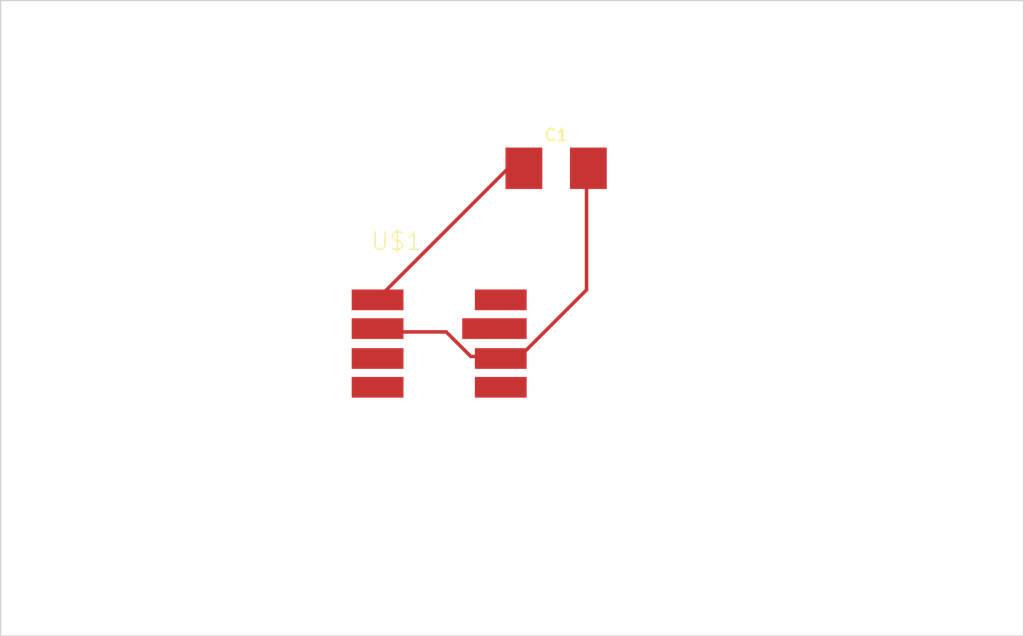
<source format=kicad_pcb>
(kicad_pcb (version 20240108) (generator "pcbnew") (generator_version "8.0")
  (layers (0 "F.Cu" signal) (31 "B.Cu" signal) (34 "B.Paste" user) (35 "F.Paste" user) (36 "B.SilkS" user "B.Silkscreen") (37 "F.SilkS" user "F.Silkscreen") (38 "B.Mask" user) (39 "F.Mask" user) (44 "Edge.Cuts" user))
  (net 0 "")
  (net 1 "CSB")
  (net 2 "VDD")
  (net 3 "GND")
  (footprint "MS5803-01BA:XDCR_MS580314BA01-00" (layer "F.Cu") (at 145.3361 106.1086)
    (property "Reference" "U$1" (at -3.003019 -4.004018 0) (layer "F.SilkS") (effects (font (size 0.753736 0.753736) (thickness 0.059882)) (justify left bottom)))
    (property "Value" "MS580314BA01-00")
    (pad "1" smd rect (at 2.675281 1.898831) (size 2.25 0.9) (layers "F.Cu" "F.Paste" "F.Mask"))
    (pad "2" smd rect (at 2.675281 0.648831) (size 2.25 0.9) (layers "F.Cu" "F.Paste" "F.Mask") (net 3 "GND"))
    (pad "3" smd rect (at 2.400281 -0.651168) (size 2.8 0.9) (layers "F.Cu" "F.Paste" "F.Mask") (net 1 "CSB"))
    (pad "4" smd rect (at 2.675281 -1.901168) (size 2.25 0.9) (layers "F.Cu" "F.Paste" "F.Mask"))
    (pad "5" smd rect (at -2.674731 -1.901168) (size 2.25 0.9) (layers "F.Cu" "F.Paste" "F.Mask") (net 2 "VDD"))
    (pad "6" smd rect (at -2.674731 -0.651168) (size 2.25 0.9) (layers "F.Cu" "F.Paste" "F.Mask") (net 3 "GND"))
    (pad "7" smd rect (at -2.674731 0.648831) (size 2.25 0.9) (layers "F.Cu" "F.Paste" "F.Mask"))
    (pad "8" smd rect (at -2.674731 1.898831) (size 2.25 0.9) (layers "F.Cu" "F.Paste" "F.Mask"))
  )
  (footprint "MS5803-01BA:1206" (layer "F.Cu") (at 150.4161 98.4886)
    (property "Reference" "C1" (at 0 -1.143 0) (layer "F.SilkS") (effects (font (size 0.512064 0.512064) (thickness 0.097536)) (justify bottom)))
    (property "Value" "100nF")
    (pad "1" smd rect (at -1.4 0) (size 1.6 1.8) (layers "F.Cu" "F.Paste" "F.Mask") (net 2 "VDD"))
    (pad "2" smd rect (at 1.4 0) (size 1.6 1.8) (layers "F.Cu" "F.Paste" "F.Mask") (net 3 "GND"))
  )
  (gr_line (start 126.2861 91.1986) (end 126.2861 118.8086) (stroke (width 0.05)) (layer "Edge.Cuts"))
  (gr_line (start 170.7161 118.8086) (end 170.7161 91.1986) (stroke (width 0.05)) (layer "Edge.Cuts"))
  (gr_line (start 126.2861 118.8086) (end 170.7161 118.8086) (stroke (width 0.05)) (layer "Edge.Cuts"))
  (gr_line (start 170.7161 91.1986) (end 126.2861 91.1986) (stroke (width 0.05)) (layer "Edge.Cuts"))
  (segment (start 142.7453 104.0766) (end 142.661368 104.207432) (width 0.1524) (layer "F.Cu") (net 2))
  (segment (start 142.7453 104.0766) (end 148.2317 98.5902) (width 0.1524) (layer "F.Cu") (net 2))
  (segment (start 148.2317 98.5902) (end 148.9937 98.5902) (width 0.1524) (layer "F.Cu") (net 2))
  (segment (start 148.9937 98.5902) (end 149.0161 98.4886) (width 0.1524) (layer "F.Cu") (net 2))
  (segment (start 142.7453 105.6006) (end 142.661368 105.457432) (width 0.1524) (layer "F.Cu") (net 3))
  (segment (start 147.9269 106.6674) (end 148.011381 106.757432) (width 0.1524) (layer "F.Cu") (net 3))
  (segment (start 147.9269 106.6674) (end 146.7077 106.6674) (width 0.1524) (layer "F.Cu") (net 3))
  (segment (start 148.8413 106.6674) (end 151.7369 103.7718) (width 0.1524) (layer "F.Cu") (net 3))
  (segment (start 151.7369 103.7718) (end 151.7369 98.5902) (width 0.1524) (layer "F.Cu") (net 3))
  (segment (start 151.7369 98.5902) (end 151.8161 98.4886) (width 0.1524) (layer "F.Cu") (net 3))
  (segment (start 148.0793 106.6674) (end 148.011381 106.757432) (width 0.1524) (layer "F.Cu") (net 3))
  (segment (start 146.7077 106.6674) (end 145.6409 105.6006) (width 0.1524) (layer "F.Cu") (net 3))
  (segment (start 145.6409 105.6006) (end 142.7453 105.6006) (width 0.1524) (layer "F.Cu") (net 3))
  (segment (start 148.0793 106.6674) (end 148.8413 106.6674) (width 0.1524) (layer "F.Cu") (net 3))
)
</source>
